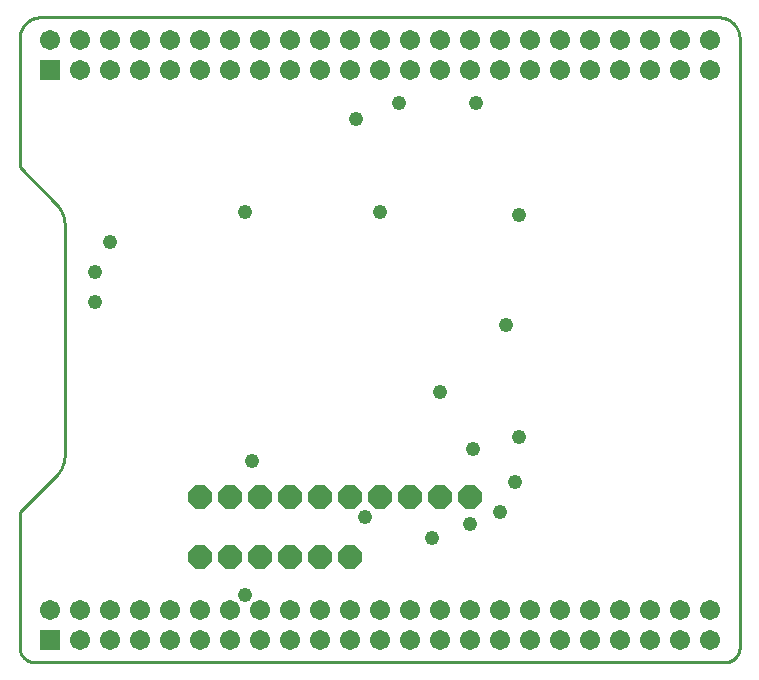
<source format=gbs>
G75*
%MOIN*%
%OFA0B0*%
%FSLAX25Y25*%
%IPPOS*%
%LPD*%
%AMOC8*
5,1,8,0,0,1.08239X$1,22.5*
%
%ADD10C,0.01000*%
%ADD11R,0.06737X0.06737*%
%ADD12C,0.06737*%
%ADD13OC8,0.07800*%
%ADD14C,0.04762*%
D10*
X0075000Y0055000D02*
X0305000Y0055000D01*
X0305140Y0055002D01*
X0305280Y0055008D01*
X0305420Y0055018D01*
X0305560Y0055031D01*
X0305699Y0055049D01*
X0305838Y0055071D01*
X0305975Y0055096D01*
X0306113Y0055125D01*
X0306249Y0055158D01*
X0306384Y0055195D01*
X0306518Y0055236D01*
X0306651Y0055281D01*
X0306783Y0055329D01*
X0306913Y0055381D01*
X0307042Y0055436D01*
X0307169Y0055495D01*
X0307295Y0055558D01*
X0307419Y0055624D01*
X0307540Y0055693D01*
X0307660Y0055766D01*
X0307778Y0055843D01*
X0307893Y0055922D01*
X0308007Y0056005D01*
X0308117Y0056091D01*
X0308226Y0056180D01*
X0308332Y0056272D01*
X0308435Y0056367D01*
X0308536Y0056464D01*
X0308633Y0056565D01*
X0308728Y0056668D01*
X0308820Y0056774D01*
X0308909Y0056883D01*
X0308995Y0056993D01*
X0309078Y0057107D01*
X0309157Y0057222D01*
X0309234Y0057340D01*
X0309307Y0057460D01*
X0309376Y0057581D01*
X0309442Y0057705D01*
X0309505Y0057831D01*
X0309564Y0057958D01*
X0309619Y0058087D01*
X0309671Y0058217D01*
X0309719Y0058349D01*
X0309764Y0058482D01*
X0309805Y0058616D01*
X0309842Y0058751D01*
X0309875Y0058887D01*
X0309904Y0059025D01*
X0309929Y0059162D01*
X0309951Y0059301D01*
X0309969Y0059440D01*
X0309982Y0059580D01*
X0309992Y0059720D01*
X0309998Y0059860D01*
X0310000Y0060000D01*
X0310000Y0262929D01*
X0309998Y0263100D01*
X0309992Y0263271D01*
X0309981Y0263441D01*
X0309967Y0263611D01*
X0309948Y0263781D01*
X0309926Y0263951D01*
X0309899Y0264119D01*
X0309868Y0264288D01*
X0309833Y0264455D01*
X0309795Y0264621D01*
X0309752Y0264787D01*
X0309705Y0264951D01*
X0309654Y0265114D01*
X0309599Y0265276D01*
X0309540Y0265436D01*
X0309478Y0265595D01*
X0309412Y0265753D01*
X0309342Y0265909D01*
X0309268Y0266063D01*
X0309190Y0266215D01*
X0309109Y0266365D01*
X0309024Y0266514D01*
X0308936Y0266660D01*
X0308844Y0266804D01*
X0308748Y0266946D01*
X0308650Y0267085D01*
X0308547Y0267222D01*
X0308442Y0267357D01*
X0308333Y0267489D01*
X0308222Y0267618D01*
X0308107Y0267744D01*
X0307989Y0267868D01*
X0307868Y0267989D01*
X0307744Y0268107D01*
X0307618Y0268222D01*
X0307489Y0268333D01*
X0307357Y0268442D01*
X0307222Y0268547D01*
X0307085Y0268650D01*
X0306946Y0268748D01*
X0306804Y0268844D01*
X0306660Y0268936D01*
X0306514Y0269024D01*
X0306365Y0269109D01*
X0306215Y0269190D01*
X0306063Y0269268D01*
X0305909Y0269342D01*
X0305753Y0269412D01*
X0305595Y0269478D01*
X0305436Y0269540D01*
X0305276Y0269599D01*
X0305114Y0269654D01*
X0304951Y0269705D01*
X0304787Y0269752D01*
X0304621Y0269795D01*
X0304455Y0269833D01*
X0304288Y0269868D01*
X0304119Y0269899D01*
X0303951Y0269926D01*
X0303781Y0269948D01*
X0303611Y0269967D01*
X0303441Y0269981D01*
X0303271Y0269992D01*
X0303100Y0269998D01*
X0302929Y0270000D01*
X0077071Y0270000D01*
X0070000Y0265000D02*
X0070000Y0220000D01*
X0082071Y0207929D01*
X0085000Y0200858D02*
X0085000Y0124142D01*
X0084997Y0123904D01*
X0084989Y0123666D01*
X0084975Y0123429D01*
X0084955Y0123191D01*
X0084929Y0122955D01*
X0084898Y0122719D01*
X0084862Y0122484D01*
X0084819Y0122249D01*
X0084771Y0122016D01*
X0084718Y0121784D01*
X0084659Y0121554D01*
X0084595Y0121325D01*
X0084525Y0121097D01*
X0084450Y0120871D01*
X0084369Y0120647D01*
X0084284Y0120425D01*
X0084193Y0120205D01*
X0084096Y0119988D01*
X0083995Y0119773D01*
X0083888Y0119560D01*
X0083777Y0119350D01*
X0083660Y0119142D01*
X0083539Y0118937D01*
X0083413Y0118736D01*
X0083281Y0118537D01*
X0083146Y0118341D01*
X0083005Y0118149D01*
X0082861Y0117960D01*
X0082711Y0117775D01*
X0082557Y0117593D01*
X0082400Y0117415D01*
X0082237Y0117241D01*
X0082071Y0117071D01*
X0070000Y0105000D01*
X0070000Y0060000D01*
X0070002Y0059860D01*
X0070008Y0059720D01*
X0070018Y0059580D01*
X0070031Y0059440D01*
X0070049Y0059301D01*
X0070071Y0059162D01*
X0070096Y0059025D01*
X0070125Y0058887D01*
X0070158Y0058751D01*
X0070195Y0058616D01*
X0070236Y0058482D01*
X0070281Y0058349D01*
X0070329Y0058217D01*
X0070381Y0058087D01*
X0070436Y0057958D01*
X0070495Y0057831D01*
X0070558Y0057705D01*
X0070624Y0057581D01*
X0070693Y0057460D01*
X0070766Y0057340D01*
X0070843Y0057222D01*
X0070922Y0057107D01*
X0071005Y0056993D01*
X0071091Y0056883D01*
X0071180Y0056774D01*
X0071272Y0056668D01*
X0071367Y0056565D01*
X0071464Y0056464D01*
X0071565Y0056367D01*
X0071668Y0056272D01*
X0071774Y0056180D01*
X0071883Y0056091D01*
X0071993Y0056005D01*
X0072107Y0055922D01*
X0072222Y0055843D01*
X0072340Y0055766D01*
X0072460Y0055693D01*
X0072581Y0055624D01*
X0072705Y0055558D01*
X0072831Y0055495D01*
X0072958Y0055436D01*
X0073087Y0055381D01*
X0073217Y0055329D01*
X0073349Y0055281D01*
X0073482Y0055236D01*
X0073616Y0055195D01*
X0073751Y0055158D01*
X0073887Y0055125D01*
X0074025Y0055096D01*
X0074162Y0055071D01*
X0074301Y0055049D01*
X0074440Y0055031D01*
X0074580Y0055018D01*
X0074720Y0055008D01*
X0074860Y0055002D01*
X0075000Y0055000D01*
X0074860Y0055002D01*
X0074720Y0055008D01*
X0074580Y0055018D01*
X0074440Y0055031D01*
X0074301Y0055049D01*
X0074162Y0055071D01*
X0074025Y0055096D01*
X0073887Y0055125D01*
X0073751Y0055158D01*
X0073616Y0055195D01*
X0073482Y0055236D01*
X0073349Y0055281D01*
X0073217Y0055329D01*
X0073087Y0055381D01*
X0072958Y0055436D01*
X0072831Y0055495D01*
X0072705Y0055558D01*
X0072581Y0055624D01*
X0072460Y0055693D01*
X0072340Y0055766D01*
X0072222Y0055843D01*
X0072107Y0055922D01*
X0071993Y0056005D01*
X0071883Y0056091D01*
X0071774Y0056180D01*
X0071668Y0056272D01*
X0071565Y0056367D01*
X0071464Y0056464D01*
X0071367Y0056565D01*
X0071272Y0056668D01*
X0071180Y0056774D01*
X0071091Y0056883D01*
X0071005Y0056993D01*
X0070922Y0057107D01*
X0070843Y0057222D01*
X0070766Y0057340D01*
X0070693Y0057460D01*
X0070624Y0057581D01*
X0070558Y0057705D01*
X0070495Y0057831D01*
X0070436Y0057958D01*
X0070381Y0058087D01*
X0070329Y0058217D01*
X0070281Y0058349D01*
X0070236Y0058482D01*
X0070195Y0058616D01*
X0070158Y0058751D01*
X0070125Y0058887D01*
X0070096Y0059025D01*
X0070071Y0059162D01*
X0070049Y0059301D01*
X0070031Y0059440D01*
X0070018Y0059580D01*
X0070008Y0059720D01*
X0070002Y0059860D01*
X0070000Y0060000D01*
X0085000Y0200858D02*
X0084997Y0201096D01*
X0084989Y0201334D01*
X0084975Y0201571D01*
X0084955Y0201809D01*
X0084929Y0202045D01*
X0084898Y0202281D01*
X0084862Y0202516D01*
X0084819Y0202751D01*
X0084771Y0202984D01*
X0084718Y0203216D01*
X0084659Y0203446D01*
X0084595Y0203675D01*
X0084525Y0203903D01*
X0084450Y0204129D01*
X0084369Y0204353D01*
X0084284Y0204575D01*
X0084193Y0204795D01*
X0084096Y0205012D01*
X0083995Y0205227D01*
X0083888Y0205440D01*
X0083777Y0205650D01*
X0083660Y0205858D01*
X0083539Y0206063D01*
X0083413Y0206264D01*
X0083281Y0206463D01*
X0083146Y0206659D01*
X0083005Y0206851D01*
X0082861Y0207040D01*
X0082711Y0207225D01*
X0082557Y0207407D01*
X0082400Y0207585D01*
X0082237Y0207759D01*
X0082071Y0207929D01*
X0070000Y0262929D02*
X0070002Y0263100D01*
X0070008Y0263271D01*
X0070019Y0263441D01*
X0070033Y0263611D01*
X0070052Y0263781D01*
X0070074Y0263951D01*
X0070101Y0264119D01*
X0070132Y0264288D01*
X0070167Y0264455D01*
X0070205Y0264621D01*
X0070248Y0264787D01*
X0070295Y0264951D01*
X0070346Y0265114D01*
X0070401Y0265276D01*
X0070460Y0265436D01*
X0070522Y0265595D01*
X0070588Y0265753D01*
X0070658Y0265909D01*
X0070732Y0266063D01*
X0070810Y0266215D01*
X0070891Y0266365D01*
X0070976Y0266514D01*
X0071064Y0266660D01*
X0071156Y0266804D01*
X0071252Y0266946D01*
X0071350Y0267085D01*
X0071453Y0267222D01*
X0071558Y0267357D01*
X0071667Y0267489D01*
X0071778Y0267618D01*
X0071893Y0267744D01*
X0072011Y0267868D01*
X0072132Y0267989D01*
X0072256Y0268107D01*
X0072382Y0268222D01*
X0072511Y0268333D01*
X0072643Y0268442D01*
X0072778Y0268547D01*
X0072915Y0268650D01*
X0073054Y0268748D01*
X0073196Y0268844D01*
X0073340Y0268936D01*
X0073486Y0269024D01*
X0073635Y0269109D01*
X0073785Y0269190D01*
X0073937Y0269268D01*
X0074091Y0269342D01*
X0074247Y0269412D01*
X0074405Y0269478D01*
X0074564Y0269540D01*
X0074724Y0269599D01*
X0074886Y0269654D01*
X0075049Y0269705D01*
X0075213Y0269752D01*
X0075379Y0269795D01*
X0075545Y0269833D01*
X0075712Y0269868D01*
X0075881Y0269899D01*
X0076049Y0269926D01*
X0076219Y0269948D01*
X0076389Y0269967D01*
X0076559Y0269981D01*
X0076729Y0269992D01*
X0076900Y0269998D01*
X0077071Y0270000D01*
D11*
X0080000Y0252500D03*
X0080000Y0062500D03*
D12*
X0090000Y0062500D03*
X0100000Y0062500D03*
X0110000Y0062500D03*
X0120000Y0062500D03*
X0130000Y0062500D03*
X0140000Y0062500D03*
X0150000Y0062500D03*
X0160000Y0062500D03*
X0170000Y0062500D03*
X0180000Y0062500D03*
X0190000Y0062500D03*
X0200000Y0062500D03*
X0210000Y0062500D03*
X0220000Y0062500D03*
X0230000Y0062500D03*
X0240000Y0062500D03*
X0250000Y0062500D03*
X0260000Y0062500D03*
X0270000Y0062500D03*
X0280000Y0062500D03*
X0290000Y0062500D03*
X0300000Y0062500D03*
X0300000Y0072500D03*
X0290000Y0072500D03*
X0280000Y0072500D03*
X0270000Y0072500D03*
X0260000Y0072500D03*
X0250000Y0072500D03*
X0240000Y0072500D03*
X0230000Y0072500D03*
X0220000Y0072500D03*
X0210000Y0072500D03*
X0200000Y0072500D03*
X0190000Y0072500D03*
X0180000Y0072500D03*
X0170000Y0072500D03*
X0160000Y0072500D03*
X0150000Y0072500D03*
X0140000Y0072500D03*
X0130000Y0072500D03*
X0120000Y0072500D03*
X0110000Y0072500D03*
X0100000Y0072500D03*
X0090000Y0072500D03*
X0080000Y0072500D03*
X0090000Y0252500D03*
X0100000Y0252500D03*
X0110000Y0252500D03*
X0120000Y0252500D03*
X0130000Y0252500D03*
X0140000Y0252500D03*
X0150000Y0252500D03*
X0160000Y0252500D03*
X0170000Y0252500D03*
X0180000Y0252500D03*
X0190000Y0252500D03*
X0200000Y0252500D03*
X0210000Y0252500D03*
X0220000Y0252500D03*
X0230000Y0252500D03*
X0240000Y0252500D03*
X0250000Y0252500D03*
X0260000Y0252500D03*
X0270000Y0252500D03*
X0280000Y0252500D03*
X0290000Y0252500D03*
X0300000Y0252500D03*
X0300000Y0262500D03*
X0290000Y0262500D03*
X0280000Y0262500D03*
X0270000Y0262500D03*
X0260000Y0262500D03*
X0250000Y0262500D03*
X0240000Y0262500D03*
X0230000Y0262500D03*
X0220000Y0262500D03*
X0210000Y0262500D03*
X0200000Y0262500D03*
X0190000Y0262500D03*
X0180000Y0262500D03*
X0170000Y0262500D03*
X0160000Y0262500D03*
X0150000Y0262500D03*
X0140000Y0262500D03*
X0130000Y0262500D03*
X0120000Y0262500D03*
X0110000Y0262500D03*
X0100000Y0262500D03*
X0090000Y0262500D03*
X0080000Y0262500D03*
D13*
X0130000Y0110000D03*
X0140000Y0110000D03*
X0150000Y0110000D03*
X0160000Y0110000D03*
X0170000Y0110000D03*
X0180000Y0110000D03*
X0190000Y0110000D03*
X0200000Y0110000D03*
X0210000Y0110000D03*
X0220000Y0110000D03*
X0180000Y0090000D03*
X0170000Y0090000D03*
X0160000Y0090000D03*
X0150000Y0090000D03*
X0140000Y0090000D03*
X0130000Y0090000D03*
D14*
X0145000Y0077500D03*
X0185000Y0103500D03*
X0207500Y0096500D03*
X0220000Y0101000D03*
X0230000Y0105000D03*
X0235000Y0115000D03*
X0221000Y0126000D03*
X0236500Y0130000D03*
X0210000Y0145000D03*
X0232000Y0167500D03*
X0236500Y0204000D03*
X0190000Y0205000D03*
X0182000Y0236000D03*
X0196500Y0241500D03*
X0222000Y0241500D03*
X0145000Y0205000D03*
X0100000Y0195000D03*
X0095000Y0185000D03*
X0095000Y0175000D03*
X0147500Y0122000D03*
M02*

</source>
